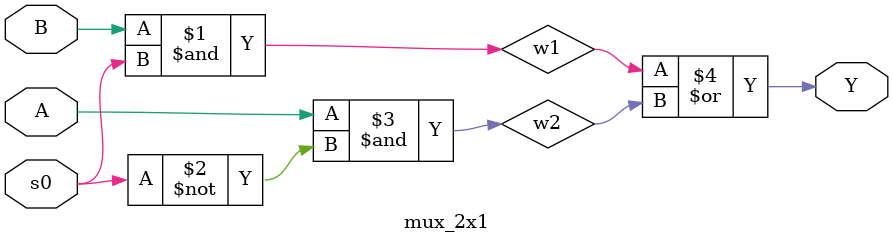
<source format=v>

module mux_2x1(
	input A,B,
	input s0,
	output Y);

wire w1,w2;

and A1 (w1, B, s0);
and A2 (w2, A, ~s0);
or O1 (Y,w1,w2);

endmodule

</source>
